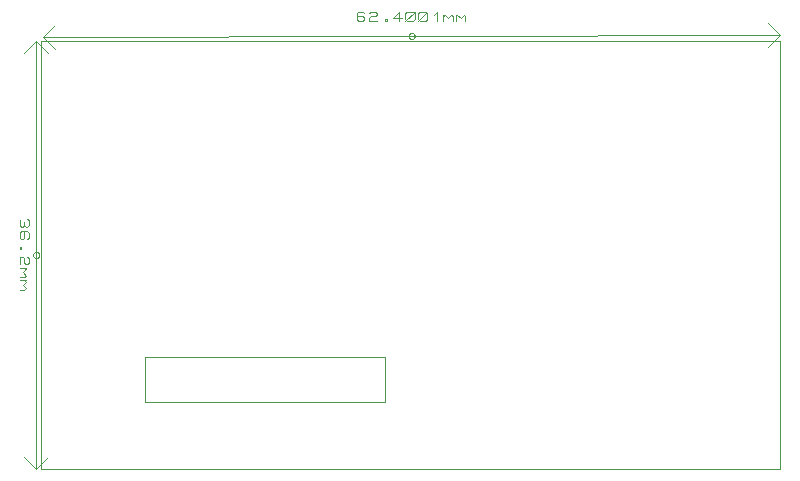
<source format=gbr>
G04 PROTEUS GERBER X2 FILE*
%TF.GenerationSoftware,Labcenter,Proteus,8.15-SP1-Build34318*%
%TF.CreationDate,2024-02-24T08:34:58+00:00*%
%TF.FileFunction,Legend,Bot*%
%TF.FilePolarity,Positive*%
%TF.Part,Single*%
%TF.SameCoordinates,{d6b9a477-15e1-4d55-aad5-44706a46bc90}*%
%FSLAX45Y45*%
%MOMM*%
G01*
%TA.AperFunction,Profile*%
%ADD25C,0.101600*%
%TA.AperFunction,Material*%
%ADD73C,0.101600*%
%TA.AperFunction,NonMaterial*%
%ADD26C,0.101600*%
%TD.AperFunction*%
D25*
X-9504000Y+5246000D02*
X-3250000Y+5246000D01*
X-3250000Y+8873000D01*
X-9504000Y+8873000D01*
X-9504000Y+5246000D01*
D73*
X-8627000Y+5809500D02*
X-6595000Y+5809500D01*
X-6595000Y+6190500D01*
X-8627000Y+6190500D01*
X-8627000Y+5809500D01*
D26*
X-9546000Y+8867000D02*
X-9546000Y+5247000D01*
X-9546000Y+8867000D02*
X-9647600Y+8765400D01*
X-9546000Y+8867000D02*
X-9444400Y+8765400D01*
X-9546000Y+5247000D02*
X-9444400Y+5348600D01*
X-9546000Y+5247000D02*
X-9647600Y+5348600D01*
X-9520600Y+7057000D02*
X-9520688Y+7059109D01*
X-9521401Y+7063328D01*
X-9522893Y+7067547D01*
X-9525333Y+7071766D01*
X-9529064Y+7075930D01*
X-9533283Y+7078987D01*
X-9537502Y+7080936D01*
X-9541721Y+7082037D01*
X-9545940Y+7082400D01*
X-9546000Y+7082400D01*
X-9571400Y+7057000D02*
X-9571312Y+7059109D01*
X-9570599Y+7063328D01*
X-9569107Y+7067547D01*
X-9566667Y+7071766D01*
X-9562936Y+7075930D01*
X-9558717Y+7078987D01*
X-9554498Y+7080936D01*
X-9550279Y+7082037D01*
X-9546060Y+7082400D01*
X-9546000Y+7082400D01*
X-9571400Y+7057000D02*
X-9571312Y+7054891D01*
X-9570599Y+7050672D01*
X-9569107Y+7046453D01*
X-9566667Y+7042234D01*
X-9562936Y+7038070D01*
X-9558717Y+7035013D01*
X-9554498Y+7033064D01*
X-9550279Y+7031963D01*
X-9546060Y+7031600D01*
X-9546000Y+7031600D01*
X-9520600Y+7057000D02*
X-9520688Y+7054891D01*
X-9521401Y+7050672D01*
X-9522893Y+7046453D01*
X-9525333Y+7042234D01*
X-9529064Y+7038070D01*
X-9533283Y+7035013D01*
X-9537502Y+7033064D01*
X-9541721Y+7031963D01*
X-9545940Y+7031600D01*
X-9546000Y+7031600D01*
X-9622020Y+7363705D02*
X-9609320Y+7350370D01*
X-9609320Y+7310365D01*
X-9622020Y+7297030D01*
X-9634720Y+7297030D01*
X-9647420Y+7310365D01*
X-9660120Y+7297030D01*
X-9672820Y+7297030D01*
X-9685520Y+7310365D01*
X-9685520Y+7350370D01*
X-9672820Y+7363705D01*
X-9647420Y+7337035D02*
X-9647420Y+7310365D01*
X-9622020Y+7190350D02*
X-9609320Y+7203685D01*
X-9609320Y+7243690D01*
X-9622020Y+7257025D01*
X-9672820Y+7257025D01*
X-9685520Y+7243690D01*
X-9685520Y+7203685D01*
X-9672820Y+7190350D01*
X-9660120Y+7190350D01*
X-9647420Y+7203685D01*
X-9647420Y+7257025D01*
X-9672820Y+7123675D02*
X-9672820Y+7110340D01*
X-9685520Y+7110340D01*
X-9685520Y+7123675D01*
X-9672820Y+7123675D01*
X-9622020Y+7043665D02*
X-9609320Y+7030330D01*
X-9609320Y+6990325D01*
X-9622020Y+6976990D01*
X-9634720Y+6976990D01*
X-9647420Y+6990325D01*
X-9647420Y+7030330D01*
X-9660120Y+7043665D01*
X-9685520Y+7043665D01*
X-9685520Y+6976990D01*
X-9685520Y+6950320D02*
X-9634720Y+6950320D01*
X-9647420Y+6950320D02*
X-9634720Y+6936985D01*
X-9660120Y+6910315D01*
X-9634720Y+6883645D01*
X-9647420Y+6870310D01*
X-9685520Y+6870310D01*
X-9685520Y+6843640D02*
X-9634720Y+6843640D01*
X-9647420Y+6843640D02*
X-9634720Y+6830305D01*
X-9660120Y+6803635D01*
X-9634720Y+6776965D01*
X-9647420Y+6763630D01*
X-9685520Y+6763630D01*
X-9486000Y+8907000D02*
X-3246000Y+8917000D01*
X-9486000Y+8907000D02*
X-9384237Y+8805562D01*
X-9486000Y+8907000D02*
X-9384562Y+9008762D01*
X-3246000Y+8917000D02*
X-3347762Y+9018437D01*
X-3246000Y+8917000D02*
X-3347437Y+8815237D01*
X-6340600Y+8912000D02*
X-6340688Y+8914109D01*
X-6341401Y+8918328D01*
X-6342893Y+8922547D01*
X-6345333Y+8926766D01*
X-6349064Y+8930930D01*
X-6353283Y+8933987D01*
X-6357502Y+8935936D01*
X-6361721Y+8937037D01*
X-6365940Y+8937400D01*
X-6366000Y+8937400D01*
X-6391400Y+8912000D02*
X-6391312Y+8914109D01*
X-6390599Y+8918328D01*
X-6389107Y+8922547D01*
X-6386667Y+8926766D01*
X-6382936Y+8930930D01*
X-6378717Y+8933987D01*
X-6374498Y+8935936D01*
X-6370279Y+8937037D01*
X-6366060Y+8937400D01*
X-6366000Y+8937400D01*
X-6391400Y+8912000D02*
X-6391312Y+8909891D01*
X-6390599Y+8905672D01*
X-6389107Y+8901453D01*
X-6386667Y+8897234D01*
X-6382936Y+8893070D01*
X-6378717Y+8890013D01*
X-6374498Y+8888064D01*
X-6370279Y+8886963D01*
X-6366060Y+8886600D01*
X-6366000Y+8886600D01*
X-6340600Y+8912000D02*
X-6340688Y+8909891D01*
X-6341401Y+8905672D01*
X-6342893Y+8901453D01*
X-6345333Y+8897234D01*
X-6349064Y+8893070D01*
X-6353283Y+8890013D01*
X-6357502Y+8888064D01*
X-6361721Y+8886963D01*
X-6365940Y+8886600D01*
X-6366000Y+8886600D01*
X-6766050Y+9105980D02*
X-6779385Y+9118680D01*
X-6819390Y+9118680D01*
X-6832725Y+9105980D01*
X-6832725Y+9055180D01*
X-6819390Y+9042480D01*
X-6779385Y+9042480D01*
X-6766050Y+9055180D01*
X-6766050Y+9067880D01*
X-6779385Y+9080580D01*
X-6832725Y+9080580D01*
X-6726045Y+9105980D02*
X-6712710Y+9118680D01*
X-6672705Y+9118680D01*
X-6659370Y+9105980D01*
X-6659370Y+9093280D01*
X-6672705Y+9080580D01*
X-6712710Y+9080580D01*
X-6726045Y+9067880D01*
X-6726045Y+9042480D01*
X-6659370Y+9042480D01*
X-6592695Y+9055180D02*
X-6579360Y+9055180D01*
X-6579360Y+9042480D01*
X-6592695Y+9042480D01*
X-6592695Y+9055180D01*
X-6446010Y+9067880D02*
X-6526020Y+9067880D01*
X-6472680Y+9118680D01*
X-6472680Y+9042480D01*
X-6419340Y+9055180D02*
X-6419340Y+9105980D01*
X-6406005Y+9118680D01*
X-6352665Y+9118680D01*
X-6339330Y+9105980D01*
X-6339330Y+9055180D01*
X-6352665Y+9042480D01*
X-6406005Y+9042480D01*
X-6419340Y+9055180D01*
X-6419340Y+9042480D02*
X-6339330Y+9118680D01*
X-6312660Y+9055180D02*
X-6312660Y+9105980D01*
X-6299325Y+9118680D01*
X-6245985Y+9118680D01*
X-6232650Y+9105980D01*
X-6232650Y+9055180D01*
X-6245985Y+9042480D01*
X-6299325Y+9042480D01*
X-6312660Y+9055180D01*
X-6312660Y+9042480D02*
X-6232650Y+9118680D01*
X-6179310Y+9093280D02*
X-6152640Y+9118680D01*
X-6152640Y+9042480D01*
X-6099300Y+9042480D02*
X-6099300Y+9093280D01*
X-6099300Y+9080580D02*
X-6085965Y+9093280D01*
X-6059295Y+9067880D01*
X-6032625Y+9093280D01*
X-6019290Y+9080580D01*
X-6019290Y+9042480D01*
X-5992620Y+9042480D02*
X-5992620Y+9093280D01*
X-5992620Y+9080580D02*
X-5979285Y+9093280D01*
X-5952615Y+9067880D01*
X-5925945Y+9093280D01*
X-5912610Y+9080580D01*
X-5912610Y+9042480D01*
M02*

</source>
